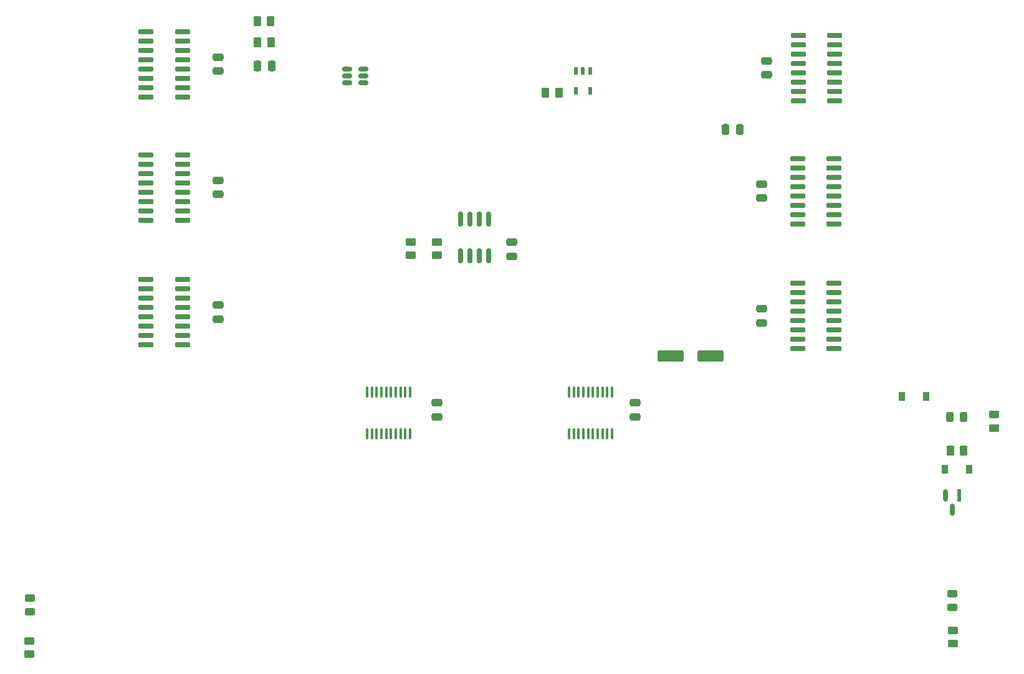
<source format=gtp>
G04 #@! TF.GenerationSoftware,KiCad,Pcbnew,(6.0.4)*
G04 #@! TF.CreationDate,2022-05-09T00:45:17-06:00*
G04 #@! TF.ProjectId,PB_16-6v1_SMD.kicad_pcb,50425f31-362d-4367-9631-5f534d442e6b,rev?*
G04 #@! TF.SameCoordinates,Original*
G04 #@! TF.FileFunction,Paste,Top*
G04 #@! TF.FilePolarity,Positive*
%FSLAX46Y46*%
G04 Gerber Fmt 4.6, Leading zero omitted, Abs format (unit mm)*
G04 Created by KiCad (PCBNEW (6.0.4)) date 2022-05-09 00:45:17*
%MOMM*%
%LPD*%
G01*
G04 APERTURE LIST*
G04 Aperture macros list*
%AMRoundRect*
0 Rectangle with rounded corners*
0 $1 Rounding radius*
0 $2 $3 $4 $5 $6 $7 $8 $9 X,Y pos of 4 corners*
0 Add a 4 corners polygon primitive as box body*
4,1,4,$2,$3,$4,$5,$6,$7,$8,$9,$2,$3,0*
0 Add four circle primitives for the rounded corners*
1,1,$1+$1,$2,$3*
1,1,$1+$1,$4,$5*
1,1,$1+$1,$6,$7*
1,1,$1+$1,$8,$9*
0 Add four rect primitives between the rounded corners*
20,1,$1+$1,$2,$3,$4,$5,0*
20,1,$1+$1,$4,$5,$6,$7,0*
20,1,$1+$1,$6,$7,$8,$9,0*
20,1,$1+$1,$8,$9,$2,$3,0*%
G04 Aperture macros list end*
%ADD10RoundRect,0.250000X-0.475000X0.250000X-0.475000X-0.250000X0.475000X-0.250000X0.475000X0.250000X0*%
%ADD11RoundRect,0.243750X-0.456250X0.243750X-0.456250X-0.243750X0.456250X-0.243750X0.456250X0.243750X0*%
%ADD12R,0.900000X1.200000*%
%ADD13RoundRect,0.250000X-0.262500X-0.450000X0.262500X-0.450000X0.262500X0.450000X-0.262500X0.450000X0*%
%ADD14RoundRect,0.150000X-0.150000X0.825000X-0.150000X-0.825000X0.150000X-0.825000X0.150000X0.825000X0*%
%ADD15RoundRect,0.250000X0.250000X0.475000X-0.250000X0.475000X-0.250000X-0.475000X0.250000X-0.475000X0*%
%ADD16RoundRect,0.243750X0.243750X0.456250X-0.243750X0.456250X-0.243750X-0.456250X0.243750X-0.456250X0*%
%ADD17RoundRect,0.250000X0.475000X-0.250000X0.475000X0.250000X-0.475000X0.250000X-0.475000X-0.250000X0*%
%ADD18RoundRect,0.250000X0.450000X-0.262500X0.450000X0.262500X-0.450000X0.262500X-0.450000X-0.262500X0*%
%ADD19R,0.626843X1.658716*%
%ADD20RoundRect,0.313422X0.000001X0.515936X0.000001X-0.515936X-0.000001X-0.515936X-0.000001X0.515936X0*%
%ADD21RoundRect,0.150000X0.512500X0.150000X-0.512500X0.150000X-0.512500X-0.150000X0.512500X-0.150000X0*%
%ADD22RoundRect,0.042000X-0.943000X-0.258000X0.943000X-0.258000X0.943000X0.258000X-0.943000X0.258000X0*%
%ADD23RoundRect,0.250000X0.262500X0.450000X-0.262500X0.450000X-0.262500X-0.450000X0.262500X-0.450000X0*%
%ADD24RoundRect,0.100000X-0.100000X0.637500X-0.100000X-0.637500X0.100000X-0.637500X0.100000X0.637500X0*%
%ADD25RoundRect,0.250000X1.500000X0.550000X-1.500000X0.550000X-1.500000X-0.550000X1.500000X-0.550000X0*%
%ADD26RoundRect,0.250000X-0.450000X0.262500X-0.450000X-0.262500X0.450000X-0.262500X0.450000X0.262500X0*%
%ADD27RoundRect,0.042000X0.943000X0.258000X-0.943000X0.258000X-0.943000X-0.258000X0.943000X-0.258000X0*%
%ADD28R,0.600000X1.050000*%
G04 APERTURE END LIST*
D10*
X173307600Y-61330800D03*
X173307600Y-63230800D03*
D11*
X198526400Y-133782200D03*
X198526400Y-135657200D03*
D12*
X191644000Y-106934000D03*
X194944000Y-106934000D03*
X197485999Y-116840000D03*
X200785999Y-116840000D03*
D13*
X104074000Y-55880000D03*
X105899000Y-55880000D03*
D10*
X98735200Y-94554000D03*
X98735200Y-96454000D03*
D14*
X135509000Y-82869000D03*
X134239000Y-82869000D03*
X132969000Y-82869000D03*
X131699000Y-82869000D03*
X131699000Y-87819000D03*
X132969000Y-87819000D03*
X134239000Y-87819000D03*
X135509000Y-87819000D03*
D15*
X169606000Y-70612000D03*
X167706000Y-70612000D03*
D16*
X200073500Y-109728000D03*
X198198500Y-109728000D03*
D10*
X98735200Y-60822800D03*
X98735200Y-62722800D03*
D15*
X106040000Y-61976000D03*
X104140000Y-61976000D03*
D10*
X98735200Y-77586800D03*
X98735200Y-79486800D03*
D17*
X155448000Y-109728000D03*
X155448000Y-107828000D03*
X128524000Y-109728000D03*
X128524000Y-107828000D03*
D18*
X198628000Y-140612500D03*
X198628000Y-138787500D03*
D19*
X199416000Y-120432227D03*
D20*
X197585999Y-120432227D03*
X198500999Y-122385641D03*
D21*
X118541500Y-64295000D03*
X118541500Y-63345000D03*
X118541500Y-62395000D03*
X116266500Y-62395000D03*
X116266500Y-63345000D03*
X116266500Y-64295000D03*
D22*
X177473000Y-74599800D03*
X177473000Y-75869800D03*
X177473000Y-77139800D03*
X177473000Y-78409800D03*
X177473000Y-79679800D03*
X177473000Y-80949800D03*
X177473000Y-82219800D03*
X177473000Y-83489800D03*
X182423000Y-83489800D03*
X182423000Y-82219800D03*
X182423000Y-80949800D03*
X182423000Y-79679800D03*
X182423000Y-78409800D03*
X182423000Y-77139800D03*
X182423000Y-75869800D03*
X182423000Y-74599800D03*
D23*
X145057500Y-65659000D03*
X143232500Y-65659000D03*
D24*
X152277000Y-106357500D03*
X151627000Y-106357500D03*
X150977000Y-106357500D03*
X150327000Y-106357500D03*
X149677000Y-106357500D03*
X149027000Y-106357500D03*
X148377000Y-106357500D03*
X147727000Y-106357500D03*
X147077000Y-106357500D03*
X146427000Y-106357500D03*
X146427000Y-112082500D03*
X147077000Y-112082500D03*
X147727000Y-112082500D03*
X148377000Y-112082500D03*
X149027000Y-112082500D03*
X149677000Y-112082500D03*
X150327000Y-112082500D03*
X150977000Y-112082500D03*
X151627000Y-112082500D03*
X152277000Y-112082500D03*
D18*
X73152000Y-142033000D03*
X73152000Y-140208000D03*
D25*
X165641000Y-101473000D03*
X160241000Y-101473000D03*
D23*
X105941500Y-58801000D03*
X104116500Y-58801000D03*
D24*
X124845000Y-106357500D03*
X124195000Y-106357500D03*
X123545000Y-106357500D03*
X122895000Y-106357500D03*
X122245000Y-106357500D03*
X121595000Y-106357500D03*
X120945000Y-106357500D03*
X120295000Y-106357500D03*
X119645000Y-106357500D03*
X118995000Y-106357500D03*
X118995000Y-112082500D03*
X119645000Y-112082500D03*
X120295000Y-112082500D03*
X120945000Y-112082500D03*
X121595000Y-112082500D03*
X122245000Y-112082500D03*
X122895000Y-112082500D03*
X123545000Y-112082500D03*
X124195000Y-112082500D03*
X124845000Y-112082500D03*
D18*
X124968000Y-87780500D03*
X124968000Y-85955500D03*
D22*
X177589000Y-57835800D03*
X177589000Y-59105800D03*
X177589000Y-60375800D03*
X177589000Y-61645800D03*
X177589000Y-62915800D03*
X177589000Y-64185800D03*
X177589000Y-65455800D03*
X177589000Y-66725800D03*
X182539000Y-66725800D03*
X182539000Y-65455800D03*
X182539000Y-64185800D03*
X182539000Y-62915800D03*
X182539000Y-61645800D03*
X182539000Y-60375800D03*
X182539000Y-59105800D03*
X182539000Y-57835800D03*
D10*
X138684000Y-85984000D03*
X138684000Y-87884000D03*
X172582000Y-95062000D03*
X172582000Y-96962000D03*
D23*
X200048499Y-114300000D03*
X198223499Y-114300000D03*
D26*
X204216000Y-109427000D03*
X204216000Y-111252000D03*
D10*
X172582000Y-78094800D03*
X172582000Y-79994800D03*
D27*
X93915000Y-66217800D03*
X93915000Y-64947800D03*
X93915000Y-63677800D03*
X93915000Y-62407800D03*
X93915000Y-61137800D03*
X93915000Y-59867800D03*
X93915000Y-58597800D03*
X93915000Y-57327800D03*
X88965000Y-57327800D03*
X88965000Y-58597800D03*
X88965000Y-59867800D03*
X88965000Y-61137800D03*
X88965000Y-62407800D03*
X88965000Y-63677800D03*
X88965000Y-64947800D03*
X88965000Y-66217800D03*
D28*
X149286000Y-62658000D03*
X148336000Y-62658000D03*
X147386000Y-62658000D03*
X147386000Y-65358000D03*
X149286000Y-65358000D03*
D27*
X93915000Y-82981800D03*
X93915000Y-81711800D03*
X93915000Y-80441800D03*
X93915000Y-79171800D03*
X93915000Y-77901800D03*
X93915000Y-76631800D03*
X93915000Y-75361800D03*
X93915000Y-74091800D03*
X88965000Y-74091800D03*
X88965000Y-75361800D03*
X88965000Y-76631800D03*
X88965000Y-77901800D03*
X88965000Y-79171800D03*
X88965000Y-80441800D03*
X88965000Y-81711800D03*
X88965000Y-82981800D03*
D11*
X73197000Y-134393700D03*
X73197000Y-136268700D03*
D22*
X177473000Y-91567000D03*
X177473000Y-92837000D03*
X177473000Y-94107000D03*
X177473000Y-95377000D03*
X177473000Y-96647000D03*
X177473000Y-97917000D03*
X177473000Y-99187000D03*
X177473000Y-100457000D03*
X182423000Y-100457000D03*
X182423000Y-99187000D03*
X182423000Y-97917000D03*
X182423000Y-96647000D03*
X182423000Y-95377000D03*
X182423000Y-94107000D03*
X182423000Y-92837000D03*
X182423000Y-91567000D03*
D26*
X128524000Y-85955500D03*
X128524000Y-87780500D03*
D27*
X93915000Y-99949000D03*
X93915000Y-98679000D03*
X93915000Y-97409000D03*
X93915000Y-96139000D03*
X93915000Y-94869000D03*
X93915000Y-93599000D03*
X93915000Y-92329000D03*
X93915000Y-91059000D03*
X88965000Y-91059000D03*
X88965000Y-92329000D03*
X88965000Y-93599000D03*
X88965000Y-94869000D03*
X88965000Y-96139000D03*
X88965000Y-97409000D03*
X88965000Y-98679000D03*
X88965000Y-99949000D03*
M02*

</source>
